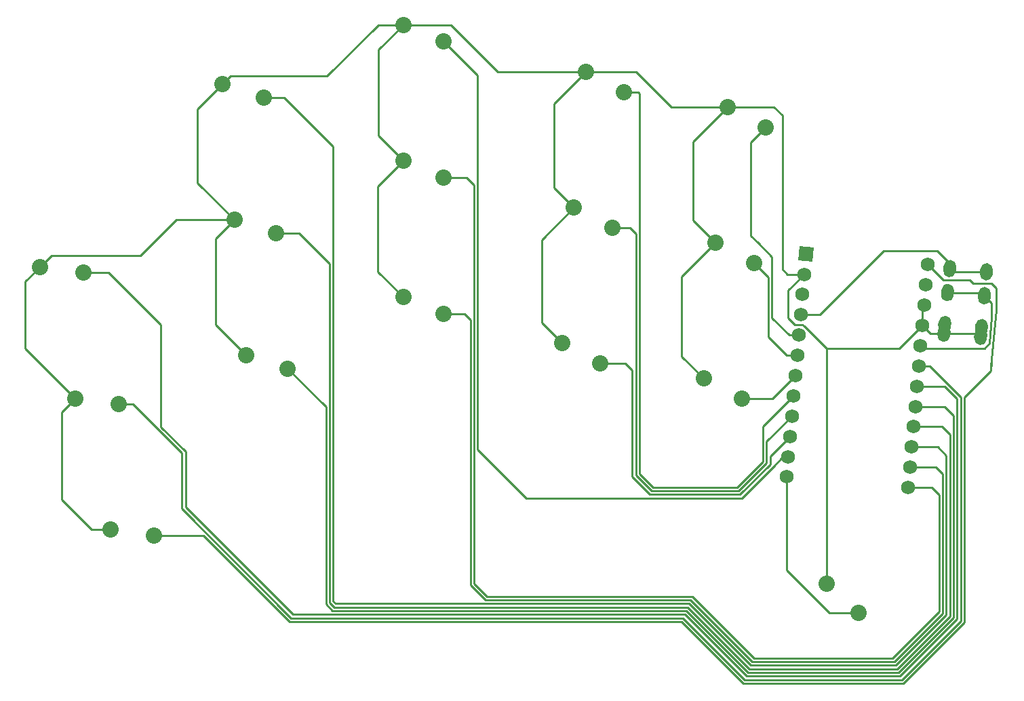
<source format=gbr>
%TF.GenerationSoftware,KiCad,Pcbnew,(5.1.9)-1*%
%TF.CreationDate,2021-07-01T17:14:58+02:00*%
%TF.ProjectId,dosidicus_gigas_alu,646f7369-6469-4637-9573-5f6769676173,VERSION_HERE*%
%TF.SameCoordinates,Original*%
%TF.FileFunction,Copper,L1,Top*%
%TF.FilePolarity,Positive*%
%FSLAX46Y46*%
G04 Gerber Fmt 4.6, Leading zero omitted, Abs format (unit mm)*
G04 Created by KiCad (PCBNEW (5.1.9)-1) date 2021-07-01 17:14:58*
%MOMM*%
%LPD*%
G01*
G04 APERTURE LIST*
%TA.AperFunction,ComponentPad*%
%ADD10C,2.032000*%
%TD*%
%TA.AperFunction,ComponentPad*%
%ADD11C,0.100000*%
%TD*%
%TA.AperFunction,ComponentPad*%
%ADD12C,1.752600*%
%TD*%
%TA.AperFunction,Conductor*%
%ADD13C,0.250000*%
%TD*%
G04 APERTURE END LIST*
D10*
%TO.P,S1,1*%
%TO.N,P1*%
X17446217Y4385313D03*
%TO.P,S1,2*%
%TO.N,GND*%
X12073068Y5119662D03*
%TD*%
%TO.P,S2,1*%
%TO.N,P3*%
X13046317Y20806113D03*
%TO.P,S2,2*%
%TO.N,GND*%
X7673168Y21540462D03*
%TD*%
%TO.P,S3,1*%
%TO.N,P4*%
X8646317Y37226813D03*
%TO.P,S3,2*%
%TO.N,GND*%
X3273168Y37961162D03*
%TD*%
%TO.P,S4,1*%
%TO.N,P5*%
X34154882Y25236119D03*
%TO.P,S4,2*%
%TO.N,GND*%
X28990881Y26892349D03*
%TD*%
%TO.P,S5,1*%
%TO.N,P6*%
X32673182Y42171419D03*
%TO.P,S5,2*%
%TO.N,GND*%
X27509181Y43827649D03*
%TD*%
%TO.P,S6,1*%
%TO.N,P7*%
X31191582Y59106719D03*
%TO.P,S6,2*%
%TO.N,GND*%
X26027581Y60762949D03*
%TD*%
%TO.P,S7,1*%
%TO.N,P8*%
X53624400Y32093400D03*
%TO.P,S7,2*%
%TO.N,GND*%
X48624400Y34193400D03*
%TD*%
%TO.P,S8,1*%
%TO.N,P9*%
X53624400Y49093400D03*
%TO.P,S8,2*%
%TO.N,GND*%
X48624400Y51193400D03*
%TD*%
%TO.P,S9,1*%
%TO.N,P16*%
X53624400Y66093400D03*
%TO.P,S9,2*%
%TO.N,GND*%
X48624400Y68193400D03*
%TD*%
%TO.P,S10,1*%
%TO.N,P14*%
X73218165Y25911761D03*
%TO.P,S10,2*%
%TO.N,GND*%
X68420219Y28439549D03*
%TD*%
%TO.P,S11,1*%
%TO.N,P15*%
X74699865Y42847061D03*
%TO.P,S11,2*%
%TO.N,GND*%
X69901919Y45374849D03*
%TD*%
%TO.P,S12,1*%
%TO.N,P18*%
X76181465Y59782461D03*
%TO.P,S12,2*%
%TO.N,GND*%
X71383519Y62310249D03*
%TD*%
%TO.P,S13,1*%
%TO.N,P19*%
X90902765Y21520461D03*
%TO.P,S13,2*%
%TO.N,GND*%
X86104819Y24048249D03*
%TD*%
%TO.P,S14,1*%
%TO.N,P20*%
X92384365Y38455761D03*
%TO.P,S14,2*%
%TO.N,GND*%
X87586419Y40983549D03*
%TD*%
%TO.P,S15,1*%
%TO.N,P21*%
X93866065Y55391061D03*
%TO.P,S15,2*%
%TO.N,GND*%
X89068119Y57918849D03*
%TD*%
%TO.P,S16,1*%
%TO.N,P10*%
X105436140Y-5271769D03*
%TO.P,S16,2*%
%TO.N,GND*%
X101455919Y-1588314D03*
%TD*%
%TA.AperFunction,ComponentPad*%
D11*
%TO.P,C1,1*%
%TO.N,RAW*%
G36*
X98088971Y40512707D02*
G01*
X99834902Y40359958D01*
X99682153Y38614027D01*
X97936222Y38766776D01*
X98088971Y40512707D01*
G37*
%TD.AperFunction*%
D12*
%TO.P,C1,2*%
%TO.N,GND*%
X98664187Y37033032D03*
%TO.P,C1,3*%
%TO.N,RST*%
X98442811Y34502698D03*
%TO.P,C1,4*%
%TO.N,VCC*%
X98221435Y31972363D03*
%TO.P,C1,5*%
%TO.N,P21*%
X98000060Y29442029D03*
%TO.P,C1,6*%
%TO.N,P20*%
X97778684Y26911694D03*
%TO.P,C1,7*%
%TO.N,P19*%
X97557309Y24381359D03*
%TO.P,C1,8*%
%TO.N,P18*%
X97335933Y21851025D03*
%TO.P,C1,9*%
%TO.N,P15*%
X97114557Y19320690D03*
%TO.P,C1,10*%
%TO.N,P14*%
X96893182Y16790356D03*
%TO.P,C1,11*%
%TO.N,P16*%
X96671806Y14260021D03*
%TO.P,C1,12*%
%TO.N,P10*%
X96450431Y11729687D03*
%TO.P,C1,13*%
%TO.N,P1*%
X114067569Y38235113D03*
%TO.P,C1,14*%
%TO.N,P0*%
X113846194Y35704779D03*
%TO.P,C1,15*%
%TO.N,GND*%
X113624818Y33174444D03*
%TO.P,C1,16*%
X113403443Y30644110D03*
%TO.P,C1,17*%
%TO.N,P2*%
X113182067Y28113775D03*
%TO.P,C1,18*%
%TO.N,P3*%
X112960691Y25583441D03*
%TO.P,C1,19*%
%TO.N,P4*%
X112739316Y23053106D03*
%TO.P,C1,20*%
%TO.N,P5*%
X112517940Y20522771D03*
%TO.P,C1,21*%
%TO.N,P6*%
X112296565Y17992437D03*
%TO.P,C1,22*%
%TO.N,P7*%
X112075189Y15462102D03*
%TO.P,C1,23*%
%TO.N,P8*%
X111853813Y12931768D03*
%TO.P,C1,24*%
%TO.N,P9*%
X111632438Y10401433D03*
%TD*%
%TO.P,REF\u002A\u002A,1*%
%TO.N,GND*%
%TA.AperFunction,ComponentPad*%
G36*
G01*
X119872037Y29037067D02*
X119924331Y29634783D01*
G75*
G02*
X120791012Y30362014I796956J-69725D01*
G01*
X120791012Y30362014D01*
G75*
G02*
X121518243Y29495333I-69725J-796956D01*
G01*
X121465949Y28897617D01*
G75*
G02*
X120599268Y28170386I-796956J69725D01*
G01*
X120599268Y28170386D01*
G75*
G02*
X119872037Y29037067I69725J796956D01*
G01*
G37*
%TD.AperFunction*%
%TO.P,REF\u002A\u002A,2*%
%TA.AperFunction,ComponentPad*%
G36*
G01*
X115385413Y30533797D02*
X115437707Y31131513D01*
G75*
G02*
X116304388Y31858744I796956J-69725D01*
G01*
X116304388Y31858744D01*
G75*
G02*
X117031619Y30992063I-69725J-796956D01*
G01*
X116979325Y30394347D01*
G75*
G02*
X116112644Y29667116I-796956J69725D01*
G01*
X116112644Y29667116D01*
G75*
G02*
X115385413Y30533797I69725J796956D01*
G01*
G37*
%TD.AperFunction*%
%TO.P,REF\u002A\u002A,3*%
%TO.N,P2*%
%TA.AperFunction,ComponentPad*%
G36*
G01*
X115734036Y34518576D02*
X115786330Y35116292D01*
G75*
G02*
X116653011Y35843523I796956J-69725D01*
G01*
X116653011Y35843523D01*
G75*
G02*
X117380242Y34976842I-69725J-796956D01*
G01*
X117327948Y34379126D01*
G75*
G02*
X116461267Y33651895I-796956J69725D01*
G01*
X116461267Y33651895D01*
G75*
G02*
X115734036Y34518576I69725J796956D01*
G01*
G37*
%TD.AperFunction*%
%TO.P,REF\u002A\u002A,4*%
%TO.N,VCC*%
%TA.AperFunction,ComponentPad*%
G36*
G01*
X115995503Y37507160D02*
X116047797Y38104876D01*
G75*
G02*
X116914478Y38832107I796956J-69725D01*
G01*
X116914478Y38832107D01*
G75*
G02*
X117641709Y37965426I-69725J-796956D01*
G01*
X117589415Y37367710D01*
G75*
G02*
X116722734Y36640479I-796956J69725D01*
G01*
X116722734Y36640479D01*
G75*
G02*
X115995503Y37507160I69725J796956D01*
G01*
G37*
%TD.AperFunction*%
%TO.P,REF\u002A\u002A,1*%
%TO.N,GND*%
%TA.AperFunction,ComponentPad*%
G36*
G01*
X115289541Y29437983D02*
X115341835Y30035699D01*
G75*
G02*
X116208516Y30762930I796956J-69725D01*
G01*
X116208516Y30762930D01*
G75*
G02*
X116935747Y29896249I-69725J-796956D01*
G01*
X116883453Y29298533D01*
G75*
G02*
X116016772Y28571302I-796956J69725D01*
G01*
X116016772Y28571302D01*
G75*
G02*
X115289541Y29437983I69725J796956D01*
G01*
G37*
%TD.AperFunction*%
%TO.P,REF\u002A\u002A,2*%
%TA.AperFunction,ComponentPad*%
G36*
G01*
X119967908Y30132881D02*
X120020202Y30730597D01*
G75*
G02*
X120886883Y31457828I796956J-69725D01*
G01*
X120886883Y31457828D01*
G75*
G02*
X121614114Y30591147I-69725J-796956D01*
G01*
X121561820Y29993431D01*
G75*
G02*
X120695139Y29266200I-796956J69725D01*
G01*
X120695139Y29266200D01*
G75*
G02*
X119967908Y30132881I69725J796956D01*
G01*
G37*
%TD.AperFunction*%
%TO.P,REF\u002A\u002A,3*%
%TO.N,P2*%
%TA.AperFunction,ComponentPad*%
G36*
G01*
X120316531Y34117660D02*
X120368825Y34715376D01*
G75*
G02*
X121235506Y35442607I796956J-69725D01*
G01*
X121235506Y35442607D01*
G75*
G02*
X121962737Y34575926I-69725J-796956D01*
G01*
X121910443Y33978210D01*
G75*
G02*
X121043762Y33250979I-796956J69725D01*
G01*
X121043762Y33250979D01*
G75*
G02*
X120316531Y34117660I69725J796956D01*
G01*
G37*
%TD.AperFunction*%
%TO.P,REF\u002A\u002A,4*%
%TO.N,VCC*%
%TA.AperFunction,ComponentPad*%
G36*
G01*
X120577999Y37106244D02*
X120630293Y37703960D01*
G75*
G02*
X121496974Y38431191I796956J-69725D01*
G01*
X121496974Y38431191D01*
G75*
G02*
X122224205Y37564510I-69725J-796956D01*
G01*
X122171911Y36966794D01*
G75*
G02*
X121305230Y36239563I-796956J69725D01*
G01*
X121305230Y36239563D01*
G75*
G02*
X120577999Y37106244I69725J796956D01*
G01*
G37*
%TD.AperFunction*%
%TD*%
D13*
%TO.N,P1*%
X34417600Y-6347600D02*
X23684600Y4385400D01*
X114067569Y38235113D02*
X115991621Y36311061D01*
X121990322Y35899678D02*
X122589579Y35300421D01*
X115991621Y36311061D02*
X119328939Y36311061D01*
X91055200Y-14050100D02*
X83352800Y-6347600D01*
X83352800Y-6347600D02*
X34417600Y-6347600D01*
X119328939Y36311061D02*
X119740322Y35899678D01*
X119740322Y35899678D02*
X121990322Y35899678D01*
X111015000Y-14050100D02*
X91055200Y-14050100D01*
X122589579Y32607158D02*
X121972364Y25552364D01*
X23684600Y4385400D02*
X17446200Y4385400D01*
X122589579Y35300421D02*
X122589579Y32607158D01*
X118647000Y-6417500D02*
X111015000Y-14050100D01*
X118647000Y21467000D02*
X118647000Y21667000D01*
X118647000Y21467000D02*
X118647000Y-6417500D01*
X121918673Y24938673D02*
X122019449Y26090550D01*
X118647000Y21667000D02*
X121918673Y24938673D01*
%TO.N,GND*%
X117112600Y29667100D02*
X114381000Y29667100D01*
X114381000Y29667100D02*
X113404000Y30644100D01*
X113404000Y30644100D02*
X113404000Y32953000D01*
X113404000Y32953000D02*
X113625000Y33174400D01*
X121096000Y29667100D02*
X117112600Y29667100D01*
X101456000Y27764200D02*
X101456000Y-1588300D01*
X71383500Y62310200D02*
X77639800Y62310200D01*
X77639800Y62310200D02*
X82031200Y57918800D01*
X82031200Y57918800D02*
X89068100Y57918800D01*
X87586400Y40983500D02*
X84780000Y43790000D01*
X84780000Y43790000D02*
X84780000Y53630800D01*
X84780000Y53630800D02*
X89068100Y57918800D01*
X86104800Y24048200D02*
X83380000Y26773000D01*
X83380000Y26773000D02*
X83380000Y36777100D01*
X83380000Y36777100D02*
X87586400Y40983500D01*
X68420200Y28439600D02*
X65870000Y30989800D01*
X65870000Y30989800D02*
X65870000Y41343000D01*
X65870000Y41343000D02*
X69901900Y45374900D01*
X69901900Y45374900D02*
X67410000Y47866800D01*
X67410000Y47866800D02*
X67410000Y58336700D01*
X67410000Y58336700D02*
X71383500Y62310200D01*
X48624400Y68193400D02*
X54546600Y68193400D01*
X54546600Y68193400D02*
X60429800Y62310200D01*
X60429800Y62310200D02*
X71383500Y62310200D01*
X48624400Y34193400D02*
X45450000Y37367800D01*
X45450000Y37367800D02*
X45450000Y48019000D01*
X45450000Y48019000D02*
X48624400Y51193400D01*
X48624400Y51193400D02*
X45500000Y54317800D01*
X45500000Y54317800D02*
X45500000Y65069000D01*
X45500000Y65069000D02*
X48624400Y68193400D01*
X27509200Y43827700D02*
X22910000Y48426900D01*
X22910000Y48426900D02*
X22910000Y57645400D01*
X22910000Y57645400D02*
X27074600Y61810000D01*
X27074600Y61810000D02*
X39100000Y61810000D01*
X39100000Y61810000D02*
X45483400Y68193400D01*
X45483400Y68193400D02*
X48624400Y68193400D01*
X28990900Y26892300D02*
X25190000Y30693200D01*
X25190000Y30693200D02*
X25190000Y41508400D01*
X25190000Y41508400D02*
X27509200Y43827700D01*
X3273200Y37961200D02*
X4662000Y39350000D01*
X4662000Y39350000D02*
X15780000Y39350000D01*
X15780000Y39350000D02*
X20257700Y43827700D01*
X20257700Y43827700D02*
X27509200Y43827700D01*
X12073000Y5119700D02*
X9710300Y5119700D01*
X9710300Y5119700D02*
X5980000Y8850000D01*
X5980000Y8850000D02*
X5980000Y19847300D01*
X5980000Y19847300D02*
X7673100Y21540400D01*
X7673100Y21540400D02*
X1420000Y27793600D01*
X1420000Y27793600D02*
X1420000Y36108000D01*
X1420000Y36108000D02*
X3273200Y37961200D01*
X110523533Y27764200D02*
X113403443Y30644110D01*
X101456000Y27764200D02*
X110523533Y27764200D01*
X98449044Y30771062D02*
X98650053Y30570053D01*
X97448938Y30771062D02*
X98449044Y30771062D01*
X96537200Y37033000D02*
X98664300Y37033000D01*
X95930000Y37640300D02*
X96537200Y37033000D01*
X95930000Y56860000D02*
X95930000Y37640300D01*
X96640000Y35008700D02*
X96640000Y31580000D01*
X94871200Y57918800D02*
X95930000Y56860000D01*
X89068100Y57918800D02*
X94871200Y57918800D01*
X98650053Y30570053D02*
X98449100Y30771000D01*
X96640000Y31580000D02*
X97448938Y30771062D01*
X98664300Y37033000D02*
X96640000Y35008700D01*
X101456000Y27764200D02*
X98650053Y30570053D01*
%TO.N,P3*%
X110828000Y-13600100D02*
X118197000Y-6231100D01*
X91241600Y-13600100D02*
X110828000Y-13600100D01*
X83539200Y-5897600D02*
X91241600Y-13600100D01*
X57904000Y-5897600D02*
X83539200Y-5897600D01*
X118197000Y-6231100D02*
X118197000Y21711000D01*
X57903990Y-5897590D02*
X57904000Y-5897600D01*
X34604000Y-5897590D02*
X57903990Y-5897590D01*
X114325000Y25583400D02*
X112961000Y25583400D01*
X118197000Y21711000D02*
X114325000Y25583400D01*
X14843900Y20806100D02*
X20960000Y14690000D01*
X20960000Y7746410D02*
X34604000Y-5897590D01*
X20960000Y14690000D02*
X20960000Y7746410D01*
X13046300Y20806100D02*
X14843900Y20806100D01*
%TO.N,P4*%
X112739300Y23053100D02*
X112739000Y23053100D01*
X117747000Y21524600D02*
X116219000Y23053100D01*
X8646400Y37226800D02*
X11793200Y37226800D01*
X58252380Y-5447580D02*
X58252400Y-5447600D01*
X11793200Y37226800D02*
X18330000Y30690000D01*
X116219000Y23053100D02*
X112739300Y23053100D01*
X18330000Y30690000D02*
X18330000Y17956400D01*
X18330000Y17956400D02*
X21410000Y14876400D01*
X34790400Y-5447580D02*
X58252380Y-5447580D01*
X110642000Y-13150000D02*
X117747000Y-6044700D01*
X21410000Y7932820D02*
X34790400Y-5447580D01*
X58252400Y-5447600D02*
X83725600Y-5447600D01*
X117747000Y-6044700D02*
X117747000Y21524600D01*
X83725600Y-5447600D02*
X91428000Y-13150000D01*
X21410000Y14876400D02*
X21410000Y7932820D01*
X91428000Y-13150000D02*
X110642000Y-13150000D01*
%TO.N,P5*%
X117297000Y-5858300D02*
X117297000Y19410000D01*
X110456000Y-12700000D02*
X117297000Y-5858300D01*
X83912000Y-4997600D02*
X91614400Y-12700000D01*
X58276800Y-4997600D02*
X83912000Y-4997600D01*
X58276770Y-4997570D02*
X58276800Y-4997600D01*
X117297000Y19410000D02*
X116185000Y20522700D01*
X39767570Y-4997570D02*
X58276770Y-4997570D01*
X38940000Y-4170000D02*
X39767570Y-4997570D01*
X116185000Y20522700D02*
X112518000Y20522700D01*
X91614400Y-12700000D02*
X110456000Y-12700000D01*
X38940000Y20451000D02*
X38940000Y-4170000D01*
X34154900Y25236100D02*
X38940000Y20451000D01*
%TO.N,P6*%
X110269000Y-12250000D02*
X116847000Y-5671900D01*
X91800800Y-12250000D02*
X110269000Y-12250000D01*
X115855000Y17992400D02*
X112297000Y17992400D01*
X84098400Y-4547600D02*
X91800800Y-12250000D01*
X116847000Y-5671900D02*
X116847000Y17000000D01*
X58463200Y-4547600D02*
X84098400Y-4547600D01*
X58463160Y-4547560D02*
X58463200Y-4547600D01*
X39953970Y-4547560D02*
X58463160Y-4547560D01*
X39390000Y-3983590D02*
X39953970Y-4547560D01*
X39390000Y38370000D02*
X39390000Y-3983590D01*
X35588600Y42171400D02*
X39390000Y38370000D01*
X116847000Y17000000D02*
X115855000Y17992400D01*
X32673200Y42171400D02*
X35588600Y42171400D01*
%TO.N,P7*%
X31191600Y59106700D02*
X33703300Y59106700D01*
X110083000Y-11800000D02*
X116397000Y-5485500D01*
X39840000Y52970000D02*
X39840000Y-3797180D01*
X112075200Y15462100D02*
X112075000Y15462100D01*
X39840000Y-3797180D02*
X40140370Y-4097550D01*
X40140370Y-4097550D02*
X58649550Y-4097550D01*
X58649550Y-4097550D02*
X58649600Y-4097600D01*
X58649600Y-4097600D02*
X84284800Y-4097600D01*
X84284800Y-4097600D02*
X91987200Y-11800000D01*
X33703300Y59106700D02*
X39840000Y52970000D01*
X91987200Y-11800000D02*
X110083000Y-11800000D01*
X116397000Y14382700D02*
X115318000Y15462100D01*
X116397000Y-5485500D02*
X116397000Y14382700D01*
X115318000Y15462100D02*
X112075200Y15462100D01*
%TO.N,P8*%
X53624400Y32093400D02*
X56236600Y32093400D01*
X56236600Y32093400D02*
X56970000Y31360000D01*
X56970000Y31360000D02*
X56970000Y-1781500D01*
X56970000Y-1781500D02*
X58836000Y-3647600D01*
X58836000Y-3647600D02*
X84471200Y-3647600D01*
X84471200Y-3647600D02*
X92173600Y-11350000D01*
X92173600Y-11350000D02*
X109896000Y-11350000D01*
X109896000Y-11350000D02*
X115947000Y-5299100D01*
X115947000Y-5299100D02*
X115947000Y12110000D01*
X115947000Y12110000D02*
X115126000Y12931700D01*
X115126000Y12931700D02*
X111854000Y12931700D01*
%TO.N,P9*%
X53624400Y49093400D02*
X56532200Y49093400D01*
X56532200Y49093400D02*
X57420000Y48205600D01*
X57420000Y48205600D02*
X57420000Y-1595100D01*
X57420000Y-1595100D02*
X59022400Y-3197600D01*
X59022400Y-3197600D02*
X84657600Y-3197600D01*
X84657600Y-3197600D02*
X92360000Y-10900000D01*
X92360000Y-10900000D02*
X109710000Y-10900000D01*
X109710000Y-10900000D02*
X115497000Y-5112700D01*
X115497000Y-5112700D02*
X115497000Y9520000D01*
X115497000Y9520000D02*
X114616000Y10401400D01*
X114616000Y10401400D02*
X111633000Y10401400D01*
%TO.N,P16*%
X53624400Y66093400D02*
X57870000Y61847700D01*
X57870000Y61847700D02*
X57870000Y15130000D01*
X57870000Y15130000D02*
X63920000Y9080000D01*
X63920000Y9080000D02*
X90846400Y9080000D01*
X90846400Y9080000D02*
X94840000Y13073600D01*
X96451900Y14040000D02*
X96671900Y14260000D01*
X94843600Y13073600D02*
X95810000Y14040000D01*
X94840000Y13073600D02*
X94843600Y13073600D01*
X95810000Y14040000D02*
X96451900Y14040000D01*
%TO.N,P14*%
X73218200Y25911800D02*
X76328200Y25911800D01*
X76328200Y25911800D02*
X77180000Y25060000D01*
X77180000Y25060000D02*
X77180000Y11737200D01*
X77180000Y11737200D02*
X79387200Y9530000D01*
X79387200Y9530000D02*
X90660000Y9530000D01*
X90660000Y9530000D02*
X94390000Y13260000D01*
X94390000Y13260000D02*
X94390000Y14287000D01*
X94390000Y14287000D02*
X96893300Y16790300D01*
%TO.N,P15*%
X74699800Y42847100D02*
X74699900Y42847100D01*
X74699900Y42847100D02*
X76882900Y42847100D01*
X76882900Y42847100D02*
X77630000Y42100000D01*
X77630000Y42100000D02*
X77630000Y11923600D01*
X77630000Y11923600D02*
X79573600Y9980000D01*
X79573600Y9980000D02*
X90473600Y9980000D01*
X90473600Y9980000D02*
X93940000Y13446400D01*
X93940000Y13446400D02*
X93940000Y16146000D01*
X93940000Y16146000D02*
X97114700Y19320700D01*
%TO.N,P18*%
X76181500Y59782400D02*
X77887600Y59782400D01*
X77887600Y59782400D02*
X78080000Y59590000D01*
X78080000Y59590000D02*
X78080000Y12110000D01*
X78080000Y12110000D02*
X79760000Y10430000D01*
X79760000Y10430000D02*
X90287200Y10430000D01*
X90287200Y10430000D02*
X93490000Y13632800D01*
X93490000Y13632800D02*
X93490000Y18004900D01*
X93490000Y18004900D02*
X97336000Y21851000D01*
%TO.N,P19*%
X90902700Y21520400D02*
X94696500Y21520400D01*
X94696500Y21520400D02*
X97557400Y24381300D01*
%TO.N,P20*%
X97778700Y26911700D02*
X97778800Y26911700D01*
X92384400Y38455700D02*
X94160000Y36680100D01*
X94160000Y36680100D02*
X94160000Y29200000D01*
X94160000Y29200000D02*
X96448300Y26911700D01*
X96448300Y26911700D02*
X97778700Y26911700D01*
%TO.N,P21*%
X98000100Y29442000D02*
X98000200Y29442000D01*
X94610000Y39210000D02*
X94610000Y31592900D01*
X94610000Y31592900D02*
X96760900Y29442000D01*
X96760900Y29442000D02*
X98000100Y29442000D01*
X93866065Y55391061D02*
X91980000Y53504996D01*
X91980000Y41840000D02*
X92870000Y40950000D01*
X91980000Y53504996D02*
X91980000Y41840000D01*
X92870000Y40950000D02*
X94610000Y39210000D01*
%TO.N,P10*%
X105436000Y-5271800D02*
X101832000Y-5271800D01*
X101832000Y-5271800D02*
X96450500Y109500D01*
X96450500Y109500D02*
X96450500Y11729700D01*
%TO.N,VCC*%
X115300000Y39960000D02*
X108560000Y39960000D01*
X108560000Y39960000D02*
X101805000Y33205000D01*
X101805000Y33205000D02*
X100572000Y31972300D01*
X100572000Y31972300D02*
X98221500Y31972300D01*
X117219522Y37335377D02*
X116818606Y37736293D01*
X121401102Y37335377D02*
X117219522Y37335377D01*
X116818606Y38441394D02*
X115300000Y39960000D01*
X116818606Y37736293D02*
X116818606Y38441394D01*
%TO.N,P2*%
X120988718Y34747709D02*
X121389634Y34346793D01*
X116807139Y34747709D02*
X120988718Y34747709D01*
X121150037Y27806000D02*
X113489842Y27806000D01*
X121772239Y28428203D02*
X121150037Y27806000D01*
X122052170Y31627829D02*
X121772239Y28428203D01*
X113489842Y27806000D02*
X113182067Y28113775D01*
X122052170Y33434257D02*
X122052170Y31627829D01*
X121139634Y34346793D02*
X122052170Y33434257D01*
%TD*%
M02*

</source>
